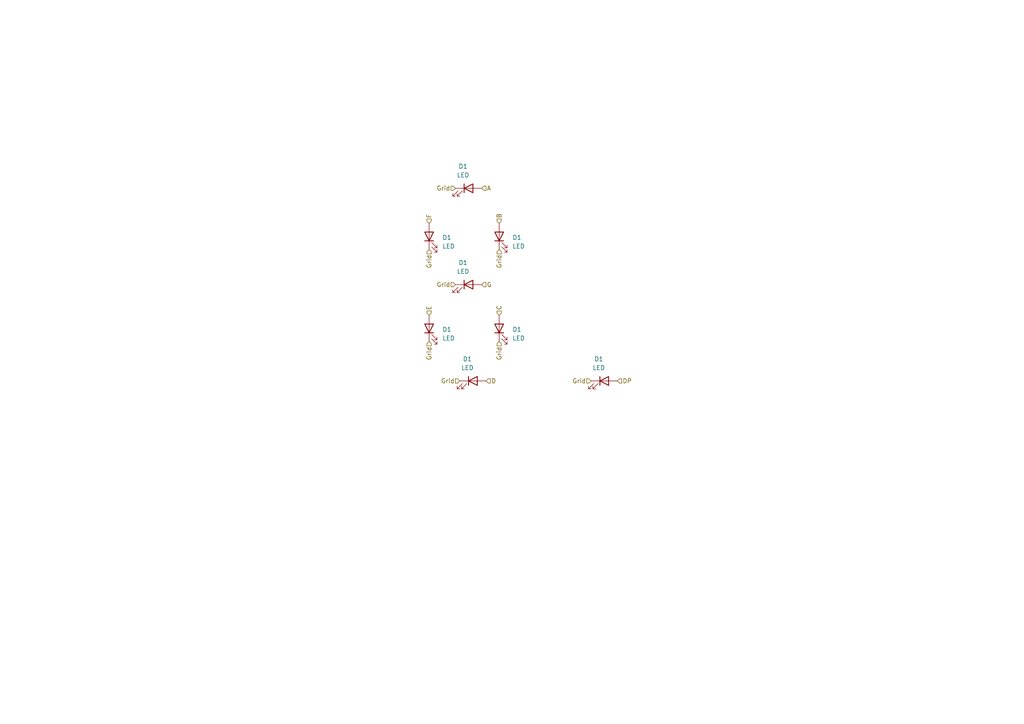
<source format=kicad_sch>
(kicad_sch (version 20230819) (generator eeschema)
  (paper "A4")
  (lib_symbols
    (symbol "Device:LED" (pin_numbers hide) (pin_names (offset 1.016) hide)
      (property "Reference" "D" (at 0 2.54 0))
      (property "Value" "LED" (at 0 -2.54 0))
      (symbol "LED_0_1"
        (polyline (pts (xy -1.27 -1.27) (xy -1.27 1.27)) (stroke (width 0.254)))
        (polyline (pts (xy -1.27 0) (xy 1.27 0)))
        (polyline (pts (xy 1.27 -1.27) (xy 1.27 1.27) (xy -1.27 0) (xy 1.27 -1.27)) (stroke (width 0.254)))
        (polyline (pts (xy -3.048 -0.762) (xy -4.572 -2.286) (xy -3.81 -2.286) (xy -4.572 -2.286) (xy -4.572 -1.524)))
        (polyline (pts (xy -1.778 -0.762) (xy -3.302 -2.286) (xy -2.54 -2.286) (xy -3.302 -2.286) (xy -3.302 -1.524)))
      )
      (symbol "LED_1_1"
        (pin passive line (at -3.81 0 0) (length 2.54) (name "K") (number "1"))
        (pin passive line (at 3.81 0 180) (length 2.54) (name "A") (number "2"))
      )
    )
  )
  (hierarchical_label "DP" (shape input) (at 179.07 110.49 0))
  (hierarchical_label "A" (shape input) (at 139.7 54.61 0))
  (hierarchical_label "E" (shape input) (at 124.46 91.44 90))
  (hierarchical_label "Grid" (shape input) (at 133.35 110.49 180))
  (hierarchical_label "Grid" (shape input) (at 124.46 72.39 270))
  (hierarchical_label "F" (shape input) (at 124.46 64.77 90))
  (hierarchical_label "Grid" (shape input) (at 132.08 54.61 180))
  (hierarchical_label "G" (shape input) (at 139.7 82.55 0))
  (hierarchical_label "Grid" (shape input) (at 144.78 99.06 270))
  (hierarchical_label "Grid" (shape input) (at 144.78 72.39 270))
  (hierarchical_label "Grid" (shape input) (at 124.46 99.06 270))
  (hierarchical_label "D" (shape input) (at 140.97 110.49 0))
  (hierarchical_label "Grid" (shape input) (at 132.08 82.55 180))
  (hierarchical_label "Grid" (shape input) (at 171.45 110.49 180))
  (hierarchical_label "C" (shape input) (at 144.78 91.44 90))
  (hierarchical_label "B" (shape input) (at 144.78 64.77 90))
  (symbol (lib_id "Device:LED") (at 124.46 68.58 90) (unit 1)
    (property "Reference" "D1" (at 128.27 68.8974 90) (effects (justify right)))
    (property "Value" "LED" (at 128.27 71.4374 90) (effects (justify right)))
    (property "Footprint" "LED_SMD:LED_0402_1005Metric" (effects hide))
    (property "Description" "Light emitting diode" (effects hide))
    (instances (project "display module" (path "" (reference "D1") (unit 1)) (path "" (reference "D2") (unit 1)) (path "" (reference "D9") (unit 1)) (path "" (reference "D17") (unit 1)) (path "" (reference "D25") (unit 1)) (path "" (reference "D33") (unit 1)) (path "" (reference "D41") (unit 1)) (path "" (reference "D49") (unit 1)) (path "" (reference "D57") (unit 1)) (path "" (reference "D65") (unit 1)) (path "" (reference "D73") (unit 1)) (path "" (reference "D81") (unit 1)) (path "" (reference "D89") (unit 1))))
  )
  (symbol (lib_id "Device:LED") (at 144.78 95.25 90) (unit 1)
    (property "Reference" "D1" (at 148.59 95.5674 90) (effects (justify right)))
    (property "Value" "LED" (at 148.59 98.1074 90) (effects (justify right)))
    (property "Footprint" "LED_SMD:LED_0402_1005Metric" (effects hide))
    (property "Description" "Light emitting diode" (effects hide))
    (instances (project "display module" (path "" (reference "D1") (unit 1)) (path "" (reference "D7") (unit 1)) (path "" (reference "D15") (unit 1)) (path "" (reference "D23") (unit 1)) (path "" (reference "D31") (unit 1)) (path "" (reference "D39") (unit 1)) (path "" (reference "D47") (unit 1)) (path "" (reference "D55") (unit 1)) (path "" (reference "D63") (unit 1)) (path "" (reference "D71") (unit 1)) (path "" (reference "D79") (unit 1)) (path "" (reference "D87") (unit 1)) (path "" (reference "D95") (unit 1))))
  )
  (symbol (lib_id "Device:LED") (at 175.26 110.49 0) (unit 1)
    (property "Reference" "D1" (at 173.6725 104.14 0))
    (property "Value" "LED" (at 173.6725 106.68 0))
    (property "Footprint" "LED_SMD:LED_0402_1005Metric" (effects hide))
    (property "Description" "Light emitting diode" (effects hide))
    (instances (project "display module" (path "" (reference "D1") (unit 1)) (path "" (reference "D8") (unit 1)) (path "" (reference "D16") (unit 1)) (path "" (reference "D24") (unit 1)) (path "" (reference "D32") (unit 1)) (path "" (reference "D40") (unit 1)) (path "" (reference "D48") (unit 1)) (path "" (reference "D56") (unit 1)) (path "" (reference "D64") (unit 1)) (path "" (reference "D72") (unit 1)) (path "" (reference "D80") (unit 1)) (path "" (reference "D88") (unit 1)) (path "" (reference "D96") (unit 1))))
  )
  (symbol (lib_id "Device:LED") (at 124.46 95.25 90) (unit 1)
    (property "Reference" "D1" (at 128.27 95.5674 90) (effects (justify right)))
    (property "Value" "LED" (at 128.27 98.1074 90) (effects (justify right)))
    (property "Footprint" "LED_SMD:LED_0402_1005Metric" (effects hide))
    (property "Description" "Light emitting diode" (effects hide))
    (instances (project "display module" (path "" (reference "D1") (unit 1)) (path "" (reference "D3") (unit 1)) (path "" (reference "D10") (unit 1)) (path "" (reference "D18") (unit 1)) (path "" (reference "D26") (unit 1)) (path "" (reference "D34") (unit 1)) (path "" (reference "D42") (unit 1)) (path "" (reference "D50") (unit 1)) (path "" (reference "D58") (unit 1)) (path "" (reference "D66") (unit 1)) (path "" (reference "D74") (unit 1)) (path "" (reference "D82") (unit 1)) (path "" (reference "D90") (unit 1))))
  )
  (symbol (lib_id "Device:LED") (at 135.89 54.61 0) (unit 1)
    (property "Reference" "D1" (at 134.3025 48.26 0))
    (property "Value" "LED" (at 134.3025 50.8 0))
    (property "Footprint" "LED_SMD:LED_0402_1005Metric" (effects hide))
    (property "Description" "Light emitting diode" (effects hide))
    (instances (project "display module" (path "" (reference "D1") (unit 1)) (path "" (reference "D1") (unit 1)) (path "" (reference "D11") (unit 1)) (path "" (reference "D19") (unit 1)) (path "" (reference "D27") (unit 1)) (path "" (reference "D35") (unit 1)) (path "" (reference "D43") (unit 1)) (path "" (reference "D51") (unit 1)) (path "" (reference "D59") (unit 1)) (path "" (reference "D67") (unit 1)) (path "" (reference "D75") (unit 1)) (path "" (reference "D83") (unit 1)) (path "" (reference "D91") (unit 1))))
  )
  (symbol (lib_id "Device:LED") (at 137.16 110.49 0) (unit 1)
    (property "Reference" "D1" (at 135.5725 104.14 0))
    (property "Value" "LED" (at 135.5725 106.68 0))
    (property "Footprint" "LED_SMD:LED_0402_1005Metric" (effects hide))
    (property "Description" "Light emitting diode" (effects hide))
    (instances (project "display module" (path "" (reference "D1") (unit 1)) (path "" (reference "D4") (unit 1)) (path "" (reference "D13") (unit 1)) (path "" (reference "D21") (unit 1)) (path "" (reference "D29") (unit 1)) (path "" (reference "D37") (unit 1)) (path "" (reference "D45") (unit 1)) (path "" (reference "D53") (unit 1)) (path "" (reference "D61") (unit 1)) (path "" (reference "D69") (unit 1)) (path "" (reference "D77") (unit 1)) (path "" (reference "D85") (unit 1)) (path "" (reference "D93") (unit 1))))
  )
  (symbol (lib_id "Device:LED") (at 135.89 82.55 0) (unit 1)
    (property "Reference" "D1" (at 134.3025 76.2 0))
    (property "Value" "LED" (at 134.3025 78.74 0))
    (property "Footprint" "LED_SMD:LED_0402_1005Metric" (effects hide))
    (property "Description" "Light emitting diode" (effects hide))
    (instances (project "display module" (path "" (reference "D1") (unit 1)) (path "" (reference "D5") (unit 1)) (path "" (reference "D12") (unit 1)) (path "" (reference "D20") (unit 1)) (path "" (reference "D28") (unit 1)) (path "" (reference "D36") (unit 1)) (path "" (reference "D44") (unit 1)) (path "" (reference "D52") (unit 1)) (path "" (reference "D60") (unit 1)) (path "" (reference "D68") (unit 1)) (path "" (reference "D76") (unit 1)) (path "" (reference "D84") (unit 1)) (path "" (reference "D92") (unit 1))))
  )
  (symbol (lib_id "Device:LED") (at 144.78 68.58 90) (unit 1)
    (property "Reference" "D1" (at 148.59 68.8974 90) (effects (justify right)))
    (property "Value" "LED" (at 148.59 71.4374 90) (effects (justify right)))
    (property "Footprint" "LED_SMD:LED_0402_1005Metric" (effects hide))
    (property "Description" "Light emitting diode" (effects hide))
    (instances (project "display module" (path "" (reference "D1") (unit 1)) (path "" (reference "D6") (unit 1)) (path "" (reference "D14") (unit 1)) (path "" (reference "D22") (unit 1)) (path "" (reference "D30") (unit 1)) (path "" (reference "D38") (unit 1)) (path "" (reference "D46") (unit 1)) (path "" (reference "D54") (unit 1)) (path "" (reference "D62") (unit 1)) (path "" (reference "D70") (unit 1)) (path "" (reference "D78") (unit 1)) (path "" (reference "D86") (unit 1)) (path "" (reference "D94") (unit 1))))
  )
)
</source>
